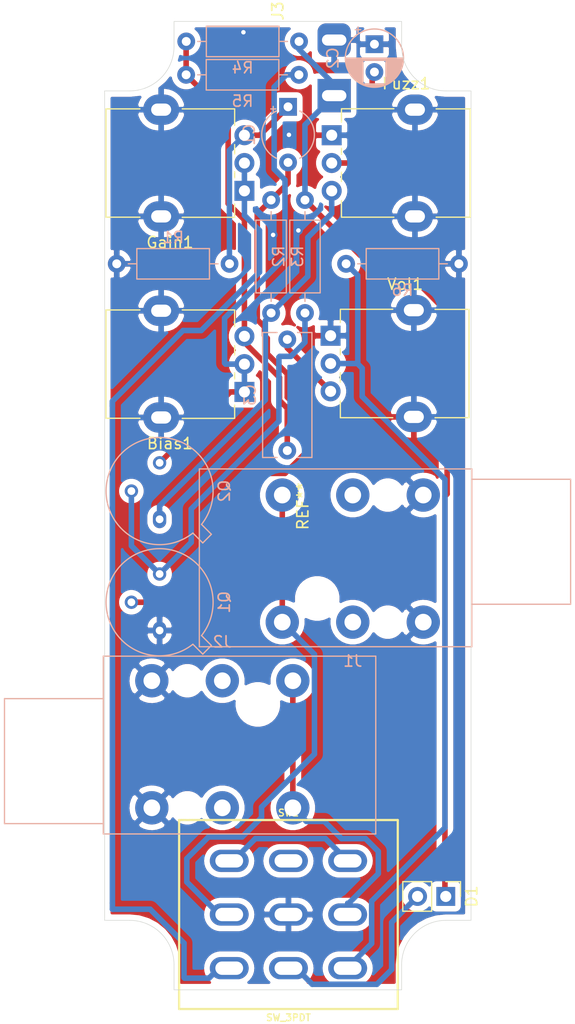
<source format=kicad_pcb>
(kicad_pcb (version 20171130) (host pcbnew "(5.1.10)-1")
  (layers (0 F.Cu signal) (31 B.Cu signal) (34 B.Paste user) (35 F.Paste user) (36 B.SilkS user) (37 F.SilkS user) (38 B.Mask user) (39 F.Mask user) (44 Edge.Cuts user))
  (net 0 "")
  (net 1 "Net-(Bias1-Pad1)")
  (net 2 "Net-(C1-Pad1)")
  (net 3 "Net-(C1-Pad2)")
  (net 4 GND)
  (net 5 "Net-(C2-Pad2)")
  (net 6 "Net-(C3-Pad1)")
  (net 7 LED-)
  (net 8 EFX_IN)
  (net 9 IN)
  (net 10 "Net-(J1-PadR)")
  (net 11 "Net-(J1-PadRN)")
  (net 12 "Net-(J2-PadRN)")
  (net 13 "Net-(J2-PadR)")
  (net 14 OUT)
  (net 15 EFX_OUT)
  (net 16 "Net-(SW1-Pad1)")
  (net 17 "Net-(SW1-Pad4)")
  (net 18 "Net-(Bias1-Pad3)")
  (net 19 "Net-(D1-Pad1)")
  (net 20 "Net-(Q1-Pad3)")
  (net 21 "Net-(Fuzz1-Pad3)")
  (module Resistor_THT:R_Axial_DIN0207_L6.3mm_D2.5mm_P10.16mm_Horizontal (layer B.Cu) (at 119.1 27.9)
    (fp_text reference R4 (at 5.08 2.37) (layer B.SilkS) (effects (justify mirror)))
    (fp_text value 330)
    (fp_line (start 1.81 1.37) (end 1.81 -1.37) (layer B.SilkS) (width 0.12))
    (fp_line (start 1.81 -1.37) (end 8.35 -1.37) (layer B.SilkS) (width 0.12))
    (fp_line (start 8.35 -1.37) (end 8.35 1.37) (layer B.SilkS) (width 0.12))
    (fp_line (start 8.35 1.37) (end 1.81 1.37) (layer B.SilkS) (width 0.12))
    (fp_line (start 1.04 0) (end 1.81 0) (layer B.SilkS) (width 0.12))
    (fp_line (start 9.12 0) (end 8.35 0) (layer B.SilkS) (width 0.12))
    (pad 2 thru_hole oval (at 10.16 0) (size 1.6 1.6) (drill 0.8) (layers *.Cu *.Mask) (net 19 "Net-(D1-Pad1)"))
    (pad 1 thru_hole circle (at 0 0) (size 1.6 1.6) (drill 0.8) (layers *.Cu *.Mask) (net 18 "Net-(Bias1-Pad3)"))
  )
  (module Package_TO_SOT_THT:TO-5-3 (layer B.Cu) (at 116.7 80.88 90)
    (fp_text reference Q1 (at 2.54 5.82 270) (layer B.SilkS) (effects (justify mirror)))
    (fp_text value Q_PNP_BCE)
    (fp_line (start -0.457084 3.774902) (end -1.348039 4.665856) (layer B.SilkS) (width 0.12))
    (fp_line (start -1.348039 4.665856) (end -2.125856 3.888039) (layer B.SilkS) (width 0.12))
    (fp_line (start -2.125856 3.888039) (end -1.234902 2.997084) (layer B.SilkS) (width 0.12))
    (fp_arc (start 2.54 0) (end -0.457084 3.774902) (angle -346.9) (layer B.SilkS) (width 0.12))
    (pad 3 thru_hole oval (at 5.08 0 90) (size 1.2 1.2) (drill 0.7) (layers *.Cu *.Mask) (net 20 "Net-(Q1-Pad3)"))
    (pad 2 thru_hole oval (at 2.54 -2.54 90) (size 1.2 1.2) (drill 0.7) (layers *.Cu *.Mask) (net 3 "Net-(C1-Pad2)"))
    (pad 1 thru_hole oval (at 0 0 90) (size 1.6 1.2) (drill 0.7) (layers *.Cu *.Mask) (net 4 GND))
  )
  (module Switches:STOMP_SWITCH_3PDT_connectors (layer F.Cu) (at 128.30556 106.426)
    (fp_text reference SW1 (at 0 -9.144) (layer F.SilkS) (effects (font (size 0.6096 0.6096) (thickness 0.127))))
    (fp_text value SW_3PDT (at 0 9.271) (layer F.SilkS) (effects (font (size 0.6096 0.6096) (thickness 0.127))))
    (fp_line (start -9.84758 8.49884) (end -9.84758 -8.49884) (layer F.SilkS) (width 0.2032))
    (fp_line (start 9.84758 8.49884) (end -9.84758 8.49884) (layer F.SilkS) (width 0.2032))
    (fp_line (start 9.84758 -8.49884) (end 9.84758 8.49884) (layer F.SilkS) (width 0.2032))
    (fp_line (start -9.84758 -8.49884) (end 9.84758 -8.49884) (layer F.SilkS) (width 0.2032))
    (pad 1 thru_hole oval (at -5.334 -4.826) (size 3.5 2) (drill oval 2.5 1.2) (layers *.Cu *.Mask) (net 16 "Net-(SW1-Pad1)"))
    (pad 4 thru_hole oval (at 0 -4.826) (size 3.5 2) (drill oval 2.5 1.2) (layers *.Cu *.Mask) (net 17 "Net-(SW1-Pad4)"))
    (pad 7 thru_hole oval (at 5.334 -4.826) (size 3.5 2) (drill oval 2.5 1.2) (layers *.Cu *.Mask) (net 16 "Net-(SW1-Pad1)"))
    (pad 8 thru_hole oval (at 5.334 0) (size 3.5 2) (drill oval 2.5 1.2) (layers *.Cu *.Mask) (net 14 OUT))
    (pad 5 thru_hole oval (at 0 0) (size 3.5 2) (drill oval 2.5 1.2) (layers *.Cu *.Mask) (net 4 GND))
    (pad 2 thru_hole oval (at -5.334 0) (size 3.5 2) (drill oval 2.5 1.2) (layers *.Cu *.Mask) (net 9 IN))
    (pad 3 thru_hole oval (at -5.334 4.826) (size 3.5 2) (drill oval 2.5 1.2) (layers *.Cu *.Mask) (net 8 EFX_IN))
    (pad 6 thru_hole oval (at 0 4.826) (size 3.5 2) (drill oval 2.5 1.2) (layers *.Cu *.Mask) (net 7 LED-))
    (pad 9 thru_hole oval (at 5.334 4.826) (size 3.5 2) (drill oval 2.5 1.2) (layers *.Cu *.Mask) (net 15 EFX_OUT))
  )
  (module Kicad:Hammond_1590A_2mm_python (layer F.Cu) (at 128.25 69.65 90)
    (fp_text reference REF** (at -0.05 1.35 90) (layer F.SilkS))
    (fp_text value Hammond_1590A_2mm_python)
    (fp_line (start -43.55 -10.25) (end -43.55 10.25) (layer Edge.Cuts) (width 0.05))
    (fp_line (start -37.3 -16.5) (end 37.3 -16.5) (layer Edge.Cuts) (width 0.05))
    (fp_line (start 43.55 -10.25) (end 43.55 10.25) (layer Edge.Cuts) (width 0.05))
    (fp_line (start -37.3 16.5) (end 37.3 16.5) (layer Edge.Cuts) (width 0.05))
    (fp_line (start -37.3 -14.25) (end -37.3 -16.5) (layer Edge.Cuts) (width 0.05))
    (fp_line (start -41.3 -10.25) (end -43.55 -10.25) (layer Edge.Cuts) (width 0.05))
    (fp_line (start -41.3 10.25) (end -43.55 10.25) (layer Edge.Cuts) (width 0.05))
    (fp_line (start -37.3 14.25) (end -37.3 16.5) (layer Edge.Cuts) (width 0.05))
    (fp_line (start 37.3 -14.25) (end 37.3 -16.5) (layer Edge.Cuts) (width 0.05))
    (fp_line (start 41.3 -10.25) (end 43.55 -10.25) (layer Edge.Cuts) (width 0.05))
    (fp_line (start 37.3 14.25) (end 37.3 16.5) (layer Edge.Cuts) (width 0.05))
    (fp_line (start 41.3 10.25) (end 43.55 10.25) (layer Edge.Cuts) (width 0.05))
    (fp_arc (start 41.3 14.25) (end 37.3 14.25) (angle 90) (layer Edge.Cuts) (width 0.05))
    (fp_arc (start 41.3 -14.25) (end 41.3 -10.25) (angle 90) (layer Edge.Cuts) (width 0.05))
    (fp_arc (start -41.3 14.25) (end -41.3 10.25) (angle 90) (layer Edge.Cuts) (width 0.05))
    (fp_arc (start -41.3 -14.25) (end -37.3 -14.25) (angle 90) (layer Edge.Cuts) (width 0.05))
  )
  (module Potentiometer_THT:Potentiometer_Alpha_RD901F-40-00D_Single_Vertical (layer F.Cu) (at 124.34 59.422 180)
    (fp_text reference Bias1 (at 6.71 -4.64 180) (layer F.SilkS))
    (fp_text value 10k)
    (fp_line (start 12.47 7.37) (end 12.47 -2.37) (layer F.SilkS) (width 0.12))
    (fp_line (start 0.88 7.37) (end 0.88 5.88) (layer F.SilkS) (width 0.12))
    (fp_line (start 9.41 7.37) (end 12.47 7.37) (layer F.SilkS) (width 0.12))
    (fp_line (start 0.88 -2.38) (end 5.6 -2.38) (layer F.SilkS) (width 0.12))
    (fp_line (start 9.41 -2.37) (end 12.47 -2.37) (layer F.SilkS) (width 0.12))
    (fp_line (start 0.88 7.37) (end 5.6 7.37) (layer F.SilkS) (width 0.12))
    (fp_line (start 0.88 -1.19) (end 0.88 -2.37) (layer F.SilkS) (width 0.12))
    (fp_line (start 0.88 1.71) (end 0.88 1.18) (layer F.SilkS) (width 0.12))
    (fp_line (start 0.88 4.16) (end 0.88 3.33) (layer F.SilkS) (width 0.12))
    (pad "" thru_hole oval (at 7.5 -2.3 270) (size 2.72 3.24) (drill oval 1.1 1.8) (layers *.Cu *.Mask) (net 4 GND))
    (pad "" thru_hole oval (at 7.5 7.3 270) (size 2.72 3.24) (drill oval 1.1 1.8) (layers *.Cu *.Mask) (net 4 GND))
    (pad 3 thru_hole circle (at 0 5 270) (size 1.8 1.8) (drill 1) (layers *.Cu *.Mask) (net 18 "Net-(Bias1-Pad3)"))
    (pad 2 thru_hole circle (at 0 2.5 270) (size 1.8 1.8) (drill 1) (layers *.Cu *.Mask) (net 1 "Net-(Bias1-Pad1)"))
    (pad 1 thru_hole rect (at 0 0 270) (size 1.8 1.8) (drill 1) (layers *.Cu *.Mask) (net 1 "Net-(Bias1-Pad1)"))
  )
  (module Capacitor_THT:CP_Radial_Tantal_D4.5mm_P5.00mm (layer B.Cu) (at 128.27 33.782 270)
    (fp_text reference C1 (at 2.5 3.5 90) (layer B.SilkS) (effects (justify mirror)))
    (fp_text value 2,2uF)
    (fp_line (start 0.187712 1.56) (end 0.187712 1.11) (layer B.SilkS) (width 0.12))
    (fp_line (start -0.037288 1.335) (end 0.412712 1.335) (layer B.SilkS) (width 0.12))
    (fp_arc (start 2.5 0) (end 0.380259 1.06) (angle -126.864288) (layer B.SilkS) (width 0.12))
    (fp_arc (start 2.5 0) (end 0.380259 -1.06) (angle 126.864288) (layer B.SilkS) (width 0.12))
    (pad 1 thru_hole rect (at 0 0 270) (size 1.6 1.6) (drill 0.8) (layers *.Cu *.Mask) (net 2 "Net-(C1-Pad1)"))
    (pad 2 thru_hole circle (at 5 0 270) (size 1.6 1.6) (drill 0.8) (layers *.Cu *.Mask) (net 3 "Net-(C1-Pad2)"))
  )
  (module Capacitor_THT:CP_Radial_D5.0mm_P2.50mm (layer B.Cu) (at 136.05 28.15 270)
    (fp_text reference C2 (at 1.25 3.75 270) (layer B.SilkS) (effects (justify mirror)))
    (fp_text value 22uF)
    (fp_line (start -1.304775 1.725) (end -1.304775 1.225) (layer B.SilkS) (width 0.12))
    (fp_line (start -1.554775 1.475) (end -1.054775 1.475) (layer B.SilkS) (width 0.12))
    (fp_line (start 3.851 0.284) (end 3.851 -0.284) (layer B.SilkS) (width 0.12))
    (fp_line (start 3.811 0.518) (end 3.811 -0.518) (layer B.SilkS) (width 0.12))
    (fp_line (start 3.771 0.677) (end 3.771 -0.677) (layer B.SilkS) (width 0.12))
    (fp_line (start 3.731 0.805) (end 3.731 -0.805) (layer B.SilkS) (width 0.12))
    (fp_line (start 3.691 0.915) (end 3.691 -0.915) (layer B.SilkS) (width 0.12))
    (fp_line (start 3.651 1.011) (end 3.651 -1.011) (layer B.SilkS) (width 0.12))
    (fp_line (start 3.611 1.098) (end 3.611 -1.098) (layer B.SilkS) (width 0.12))
    (fp_line (start 3.571 1.178) (end 3.571 -1.178) (layer B.SilkS) (width 0.12))
    (fp_line (start 3.531 -1.04) (end 3.531 -1.251) (layer B.SilkS) (width 0.12))
    (fp_line (start 3.531 1.251) (end 3.531 1.04) (layer B.SilkS) (width 0.12))
    (fp_line (start 3.491 -1.04) (end 3.491 -1.319) (layer B.SilkS) (width 0.12))
    (fp_line (start 3.491 1.319) (end 3.491 1.04) (layer B.SilkS) (width 0.12))
    (fp_line (start 3.451 -1.04) (end 3.451 -1.383) (layer B.SilkS) (width 0.12))
    (fp_line (start 3.451 1.383) (end 3.451 1.04) (layer B.SilkS) (width 0.12))
    (fp_line (start 3.411 -1.04) (end 3.411 -1.443) (layer B.SilkS) (width 0.12))
    (fp_line (start 3.411 1.443) (end 3.411 1.04) (layer B.SilkS) (width 0.12))
    (fp_line (start 3.371 -1.04) (end 3.371 -1.5) (layer B.SilkS) (width 0.12))
    (fp_line (start 3.371 1.5) (end 3.371 1.04) (layer B.SilkS) (width 0.12))
    (fp_line (start 3.331 -1.04) (end 3.331 -1.554) (layer B.SilkS) (width 0.12))
    (fp_line (start 3.331 1.554) (end 3.331 1.04) (layer B.SilkS) (width 0.12))
    (fp_line (start 3.291 -1.04) (end 3.291 -1.605) (layer B.SilkS) (width 0.12))
    (fp_line (start 3.291 1.605) (end 3.291 1.04) (layer B.SilkS) (width 0.12))
    (fp_line (start 3.251 -1.04) (end 3.251 -1.653) (layer B.SilkS) (width 0.12))
    (fp_line (start 3.251 1.653) (end 3.251 1.04) (layer B.SilkS) (width 0.12))
    (fp_line (start 3.211 -1.04) (end 3.211 -1.699) (layer B.SilkS) (width 0.12))
    (fp_line (start 3.211 1.699) (end 3.211 1.04) (layer B.SilkS) (width 0.12))
    (fp_line (start 3.171 -1.04) (end 3.171 -1.743) (layer B.SilkS) (width 0.12))
    (fp_line (start 3.171 1.743) (end 3.171 1.04) (layer B.SilkS) (width 0.12))
    (fp_line (start 3.131 -1.04) (end 3.131 -1.785) (layer B.SilkS) (width 0.12))
    (fp_line (start 3.131 1.785) (end 3.131 1.04) (layer B.SilkS) (width 0.12))
    (fp_line (start 3.091 -1.04) (end 3.091 -1.826) (layer B.SilkS) (width 0.12))
    (fp_line (start 3.091 1.826) (end 3.091 1.04) (layer B.SilkS) (width 0.12))
    (fp_line (start 3.051 -1.04) (end 3.051 -1.864) (layer B.SilkS) (width 0.12))
    (fp_line (start 3.051 1.864) (end 3.051 1.04) (layer B.SilkS) (width 0.12))
    (fp_line (start 3.011 -1.04) (end 3.011 -1.901) (layer B.SilkS) (width 0.12))
    (fp_line (start 3.011 1.901) (end 3.011 1.04) (layer B.SilkS) (width 0.12))
    (fp_line (start 2.971 -1.04) (end 2.971 -1.937) (layer B.SilkS) (width 0.12))
    (fp_line (start 2.971 1.937) (end 2.971 1.04) (layer B.SilkS) (width 0.12))
    (fp_line (start 2.931 -1.04) (end 2.931 -1.971) (layer B.SilkS) (width 0.12))
    (fp_line (start 2.931 1.971) (end 2.931 1.04) (layer B.SilkS) (width 0.12))
    (fp_line (start 2.891 -1.04) (end 2.891 -2.004) (layer B.SilkS) (width 0.12))
    (fp_line (start 2.891 2.004) (end 2.891 1.04) (layer B.SilkS) (width 0.12))
    (fp_line (start 2.851 -1.04) (end 2.851 -2.035) (layer B.SilkS) (width 0.12))
    (fp_line (start 2.851 2.035) (end 2.851 1.04) (layer B.SilkS) (width 0.12))
    (fp_line (start 2.811 -1.04) (end 2.811 -2.065) (layer B.SilkS) (width 0.12))
    (fp_line (start 2.811 2.065) (end 2.811 1.04) (layer B.SilkS) (width 0.12))
    (fp_line (start 2.771 -1.04) (end 2.771 -2.095) (layer B.SilkS) (width 0.12))
    (fp_line (start 2.771 2.095) (end 2.771 1.04) (layer B.SilkS) (width 0.12))
    (fp_line (start 2.731 -1.04) (end 2.731 -2.122) (layer B.SilkS) (width 0.12))
    (fp_line (start 2.731 2.122) (end 2.731 1.04) (layer B.SilkS) (width 0.12))
    (fp_line (start 2.691 -1.04) (end 2.691 -2.149) (layer B.SilkS) (width 0.12))
    (fp_line (start 2.691 2.149) (end 2.691 1.04) (layer B.SilkS) (width 0.12))
    (fp_line (start 2.651 -1.04) (end 2.651 -2.175) (layer B.SilkS) (width 0.12))
    (fp_line (start 2.651 2.175) (end 2.651 1.04) (layer B.SilkS) (width 0.12))
    (fp_line (start 2.611 -1.04) (end 2.611 -2.2) (layer B.SilkS) (width 0.12))
    (fp_line (start 2.611 2.2) (end 2.611 1.04) (layer B.SilkS) (width 0.12))
    (fp_line (start 2.571 -1.04) (end 2.571 -2.224) (layer B.SilkS) (width 0.12))
    (fp_line (start 2.571 2.224) (end 2.571 1.04) (layer B.SilkS) (width 0.12))
    (fp_line (start 2.531 -1.04) (end 2.531 -2.247) (layer B.SilkS) (width 0.12))
    (fp_line (start 2.531 2.247) (end 2.531 1.04) (layer B.SilkS) (width 0.12))
    (fp_line (start 2.491 -1.04) (end 2.491 -2.268) (layer B.SilkS) (width 0.12))
    (fp_line (start 2.491 2.268) (end 2.491 1.04) (layer B.SilkS) (width 0.12))
    (fp_line (start 2.451 -1.04) (end 2.451 -2.29) (layer B.SilkS) (width 0.12))
    (fp_line (start 2.451 2.29) (end 2.451 1.04) (layer B.SilkS) (width 0.12))
    (fp_line (start 2.411 -1.04) (end 2.411 -2.31) (layer B.SilkS) (width 0.12))
    (fp_line (start 2.411 2.31) (end 2.411 1.04) (layer B.SilkS) (width 0.12))
    (fp_line (start 2.371 -1.04) (end 2.371 -2.329) (layer B.SilkS) (width 0.12))
    (fp_line (start 2.371 2.329) (end 2.371 1.04) (layer B.SilkS) (width 0.12))
    (fp_line (start 2.331 -1.04) (end 2.331 -2.348) (layer B.SilkS) (width 0.12))
    (fp_line (start 2.331 2.348) (end 2.331 1.04) (layer B.SilkS) (width 0.12))
    (fp_line (start 2.291 -1.04) (end 2.291 -2.365) (layer B.SilkS) (width 0.12))
    (fp_line (start 2.291 2.365) (end 2.291 1.04) (layer B.SilkS) (width 0.12))
    (fp_line (start 2.251 -1.04) (end 2.251 -2.382) (layer B.SilkS) (width 0.12))
    (fp_line (start 2.251 2.382) (end 2.251 1.04) (layer B.SilkS) (width 0.12))
    (fp_line (start 2.211 -1.04) (end 2.211 -2.398) (layer B.SilkS) (width 0.12))
    (fp_line (start 2.211 2.398) (end 2.211 1.04) (layer B.SilkS) (width 0.12))
    (fp_line (start 2.171 -1.04) (end 2.171 -2.414) (layer B.SilkS) (width 0.12))
    (fp_line (start 2.171 2.414) (end 2.171 1.04) (layer B.SilkS) (width 0.12))
    (fp_line (start 2.131 -1.04) (end 2.131 -2.428) (layer B.SilkS) (width 0.12))
    (fp_line (start 2.131 2.428) (end 2.131 1.04) (layer B.SilkS) (width 0.12))
    (fp_line (start 2.091 -1.04) (end 2.091 -2.442) (layer B.SilkS) (width 0.12))
    (fp_line (start 2.091 2.442) (end 2.091 1.04) (layer B.SilkS) (width 0.12))
    (fp_line (start 2.051 -1.04) (end 2.051 -2.455) (layer B.SilkS) (width 0.12))
    (fp_line (start 2.051 2.455) (end 2.051 1.04) (layer B.SilkS) (width 0.12))
    (fp_line (start 2.011 -1.04) (end 2.011 -2.468) (layer B.SilkS) (width 0.12))
    (fp_line (start 2.011 2.468) (end 2.011 1.04) (layer B.SilkS) (width 0.12))
    (fp_line (start 1.971 -1.04) (end 1.971 -2.48) (layer B.SilkS) (width 0.12))
    (fp_line (start 1.971 2.48) (end 1.971 1.04) (layer B.SilkS) (width 0.12))
    (fp_line (start 1.93 -1.04) (end 1.93 -2.491) (layer B.SilkS) (width 0.12))
    (fp_line (start 1.93 2.491) (end 1.93 1.04) (layer B.SilkS) (width 0.12))
    (fp_line (start 1.89 -1.04) (end 1.89 -2.501) (layer B.SilkS) (width 0.12))
    (fp_line (start 1.89 2.501) (end 1.89 1.04) (layer B.SilkS) (width 0.12))
    (fp_line (start 1.85 -1.04) (end 1.85 -2.511) (layer B.SilkS) (width 0.12))
    (fp_line (start 1.85 2.511) (end 1.85 1.04) (layer B.SilkS) (width 0.12))
    (fp_line (start 1.81 -1.04) (end 1.81 -2.52) (layer B.SilkS) (width 0.12))
    (fp_line (start 1.81 2.52) (end 1.81 1.04) (layer B.SilkS) (width 0.12))
    (fp_line (start 1.77 -1.04) (end 1.77 -2.528) (layer B.SilkS) (width 0.12))
    (fp_line (start 1.77 2.528) (end 1.77 1.04) (layer B.SilkS) (width 0.12))
    (fp_line (start 1.73 -1.04) (end 1.73 -2.536) (layer B.SilkS) (width 0.12))
    (fp_line (start 1.73 2.536) (end 1.73 1.04) (layer B.SilkS) (width 0.12))
    (fp_line (start 1.69 -1.04) (end 1.69 -2.543) (layer B.SilkS) (width 0.12))
    (fp_line (start 1.69 2.543) (end 1.69 1.04) (layer B.SilkS) (width 0.12))
    (fp_line (start 1.65 -1.04) (end 1.65 -2.55) (layer B.SilkS) (width 0.12))
    (fp_line (start 1.65 2.55) (end 1.65 1.04) (layer B.SilkS) (width 0.12))
    (fp_line (start 1.61 -1.04) (end 1.61 -2.556) (layer B.SilkS) (width 0.12))
    (fp_line (start 1.61 2.556) (end 1.61 1.04) (layer B.SilkS) (width 0.12))
    (fp_line (start 1.57 -1.04) (end 1.57 -2.561) (layer B.SilkS) (width 0.12))
    (fp_line (start 1.57 2.561) (end 1.57 1.04) (layer B.SilkS) (width 0.12))
    (fp_line (start 1.53 -1.04) (end 1.53 -2.565) (layer B.SilkS) (width 0.12))
    (fp_line (start 1.53 2.565) (end 1.53 1.04) (layer B.SilkS) (width 0.12))
    (fp_line (start 1.49 -1.04) (end 1.49 -2.569) (layer B.SilkS) (width 0.12))
    (fp_line (start 1.49 2.569) (end 1.49 1.04) (layer B.SilkS) (width 0.12))
    (fp_line (start 1.45 2.573) (end 1.45 -2.573) (layer B.SilkS) (width 0.12))
    (fp_line (start 1.41 2.576) (end 1.41 -2.576) (layer B.SilkS) (width 0.12))
    (fp_line (start 1.37 2.578) (end 1.37 -2.578) (layer B.SilkS) (width 0.12))
    (fp_line (start 1.33 2.579) (end 1.33 -2.579) (layer B.SilkS) (width 0.12))
    (fp_line (start 1.29 2.58) (end 1.29 -2.58) (layer B.SilkS) (width 0.12))
    (fp_line (start 1.25 2.58) (end 1.25 -2.58) (layer B.SilkS) (width 0.12))
    (fp_circle (center 1.25 0) (end 3.87 0) (layer B.SilkS) (width 0.12))
    (pad 1 thru_hole rect (at 0 0 270) (size 1.6 1.6) (drill 0.8) (layers *.Cu *.Mask) (net 4 GND))
    (pad 2 thru_hole circle (at 2.5 0 270) (size 1.6 1.6) (drill 0.8) (layers *.Cu *.Mask) (net 5 "Net-(C2-Pad2)"))
  )
  (module Capacitor_THT:C_Rect_L11.0mm_W4.2mm_P10.00mm_MKT (layer B.Cu) (at 128.2 54.7 270)
    (fp_text reference C3 (at 5 3.35 270) (layer B.SilkS) (effects (justify mirror)))
    (fp_text value 10nF)
    (fp_line (start 10.62 -0.925) (end 10.62 -2.22) (layer B.SilkS) (width 0.12))
    (fp_line (start 10.62 2.22) (end 10.62 0.925) (layer B.SilkS) (width 0.12))
    (fp_line (start -0.62 -0.925) (end -0.62 -2.22) (layer B.SilkS) (width 0.12))
    (fp_line (start -0.62 2.22) (end -0.62 0.925) (layer B.SilkS) (width 0.12))
    (fp_line (start -0.62 -2.22) (end 10.62 -2.22) (layer B.SilkS) (width 0.12))
    (fp_line (start -0.62 2.22) (end 10.62 2.22) (layer B.SilkS) (width 0.12))
    (pad 1 thru_hole circle (at 0 0 270) (size 1.6 1.6) (drill 0.8) (layers *.Cu *.Mask) (net 6 "Net-(C3-Pad1)"))
    (pad 2 thru_hole circle (at 10 0 270) (size 1.6 1.6) (drill 0.8) (layers *.Cu *.Mask) (net 18 "Net-(Bias1-Pad3)"))
  )
  (module Potentiometer_THT:Potentiometer_Alpha_RD901F-40-00D_Single_Vertical (layer F.Cu) (at 132.2 36.336)
    (fp_text reference Fuzz1 (at 6.71 -4.64 180) (layer F.SilkS))
    (fp_text value B1k)
    (fp_line (start 0.88 4.16) (end 0.88 3.33) (layer F.SilkS) (width 0.12))
    (fp_line (start 0.88 1.71) (end 0.88 1.18) (layer F.SilkS) (width 0.12))
    (fp_line (start 0.88 -1.19) (end 0.88 -2.37) (layer F.SilkS) (width 0.12))
    (fp_line (start 0.88 7.37) (end 5.6 7.37) (layer F.SilkS) (width 0.12))
    (fp_line (start 9.41 -2.37) (end 12.47 -2.37) (layer F.SilkS) (width 0.12))
    (fp_line (start 0.88 -2.38) (end 5.6 -2.38) (layer F.SilkS) (width 0.12))
    (fp_line (start 9.41 7.37) (end 12.47 7.37) (layer F.SilkS) (width 0.12))
    (fp_line (start 0.88 7.37) (end 0.88 5.88) (layer F.SilkS) (width 0.12))
    (fp_line (start 12.47 7.37) (end 12.47 -2.37) (layer F.SilkS) (width 0.12))
    (pad 1 thru_hole rect (at 0 0 90) (size 1.8 1.8) (drill 1) (layers *.Cu *.Mask) (net 4 GND))
    (pad 2 thru_hole circle (at 0 2.5 90) (size 1.8 1.8) (drill 1) (layers *.Cu *.Mask) (net 5 "Net-(C2-Pad2)"))
    (pad 3 thru_hole circle (at 0 5 90) (size 1.8 1.8) (drill 1) (layers *.Cu *.Mask) (net 21 "Net-(Fuzz1-Pad3)"))
    (pad "" thru_hole oval (at 7.5 7.3 90) (size 2.72 3.24) (drill oval 1.1 1.8) (layers *.Cu *.Mask) (net 4 GND))
    (pad "" thru_hole oval (at 7.5 -2.3 90) (size 2.72 3.24) (drill oval 1.1 1.8) (layers *.Cu *.Mask) (net 4 GND))
  )
  (module Potentiometer_THT:Potentiometer_Alpha_RD901F-40-00D_Single_Vertical (layer F.Cu) (at 124.34 41.336 180)
    (fp_text reference Gain1 (at 6.71 -4.64 180) (layer F.SilkS))
    (fp_text value B100k)
    (fp_line (start 12.47 7.37) (end 12.47 -2.37) (layer F.SilkS) (width 0.12))
    (fp_line (start 0.88 7.37) (end 0.88 5.88) (layer F.SilkS) (width 0.12))
    (fp_line (start 9.41 7.37) (end 12.47 7.37) (layer F.SilkS) (width 0.12))
    (fp_line (start 0.88 -2.38) (end 5.6 -2.38) (layer F.SilkS) (width 0.12))
    (fp_line (start 9.41 -2.37) (end 12.47 -2.37) (layer F.SilkS) (width 0.12))
    (fp_line (start 0.88 7.37) (end 5.6 7.37) (layer F.SilkS) (width 0.12))
    (fp_line (start 0.88 -1.19) (end 0.88 -2.37) (layer F.SilkS) (width 0.12))
    (fp_line (start 0.88 1.71) (end 0.88 1.18) (layer F.SilkS) (width 0.12))
    (fp_line (start 0.88 4.16) (end 0.88 3.33) (layer F.SilkS) (width 0.12))
    (pad "" thru_hole oval (at 7.5 -2.3 270) (size 2.72 3.24) (drill oval 1.1 1.8) (layers *.Cu *.Mask) (net 4 GND))
    (pad "" thru_hole oval (at 7.5 7.3 270) (size 2.72 3.24) (drill oval 1.1 1.8) (layers *.Cu *.Mask) (net 4 GND))
    (pad 3 thru_hole circle (at 0 5 270) (size 1.8 1.8) (drill 1) (layers *.Cu *.Mask) (net 2 "Net-(C1-Pad1)"))
    (pad 2 thru_hole circle (at 0 2.5 270) (size 1.8 1.8) (drill 1) (layers *.Cu *.Mask) (net 8 EFX_IN))
    (pad 1 thru_hole rect (at 0 0 270) (size 1.8 1.8) (drill 1) (layers *.Cu *.Mask) (net 8 EFX_IN))
  )
  (module Connector_Audio:Jack_6.35mm_Neutrik_NRJ6HF-1_Horizontal (layer B.Cu) (at 127.75 80.13)
    (fp_text reference J1 (at 6.35 3.5) (layer B.SilkS) (effects (justify mirror)))
    (fp_text value IN)
    (fp_line (start -7.47 2.21) (end 17.07 2.21) (layer B.SilkS) (width 0.12))
    (fp_line (start 17.07 2.21) (end 17.07 -13.78) (layer B.SilkS) (width 0.12))
    (fp_line (start 25.97 -1.61) (end 17.07 -1.61) (layer B.SilkS) (width 0.12))
    (fp_line (start 25.97 -12.85) (end 25.97 -1.61) (layer B.SilkS) (width 0.12))
    (fp_line (start 25.97 -12.85) (end 17.07 -12.85) (layer B.SilkS) (width 0.12))
    (fp_line (start -7.47 -13.78) (end -7.47 2.21) (layer B.SilkS) (width 0.12))
    (fp_line (start -7.47 -13.78) (end 17.07 -13.78) (layer B.SilkS) (width 0.12))
    (pad T thru_hole circle (at 0 0) (size 3 3) (drill 1.5) (layers *.Cu *.Mask) (net 9 IN))
    (pad S thru_hole circle (at 12.7 0) (size 3 3) (drill 1.5) (layers *.Cu *.Mask) (net 4 GND))
    (pad G thru_hole circle (at 12.7 -11.43) (size 3 3) (drill 1.5) (layers *.Cu *.Mask) (net 4 GND))
    (pad "" np_thru_hole circle (at 3.15 -2.13) (size 3 3) (drill 3) (layers *.Cu *.Mask))
    (pad "" np_thru_hole circle (at 9.5 -11.43) (size 2 2) (drill 2) (layers *.Cu *.Mask))
    (pad "" np_thru_hole circle (at 9.5 0) (size 2 2) (drill 2) (layers *.Cu *.Mask))
    (pad TN thru_hole circle (at 0 -11.43) (size 3 3) (drill 1.5) (layers *.Cu *.Mask) (net 9 IN))
    (pad R thru_hole circle (at 6.35 0) (size 3 3) (drill 1.5) (layers *.Cu *.Mask) (net 10 "Net-(J1-PadR)"))
    (pad RN thru_hole circle (at 6.35 -11.43) (size 3 3) (drill 1.5) (layers *.Cu *.Mask) (net 11 "Net-(J1-PadRN)"))
  )
  (module Connector_Audio:Jack_6.35mm_Neutrik_NRJ6HF-1_Horizontal (layer B.Cu) (at 128.7 85.4 180)
    (fp_text reference J2 (at 6.35 3.5) (layer B.SilkS) (effects (justify mirror)))
    (fp_text value OUT)
    (fp_line (start -7.47 -13.78) (end 17.07 -13.78) (layer B.SilkS) (width 0.12))
    (fp_line (start -7.47 -13.78) (end -7.47 2.21) (layer B.SilkS) (width 0.12))
    (fp_line (start 25.97 -12.85) (end 17.07 -12.85) (layer B.SilkS) (width 0.12))
    (fp_line (start 25.97 -12.85) (end 25.97 -1.61) (layer B.SilkS) (width 0.12))
    (fp_line (start 25.97 -1.61) (end 17.07 -1.61) (layer B.SilkS) (width 0.12))
    (fp_line (start 17.07 2.21) (end 17.07 -13.78) (layer B.SilkS) (width 0.12))
    (fp_line (start -7.47 2.21) (end 17.07 2.21) (layer B.SilkS) (width 0.12))
    (pad RN thru_hole circle (at 6.35 -11.43 180) (size 3 3) (drill 1.5) (layers *.Cu *.Mask) (net 12 "Net-(J2-PadRN)"))
    (pad R thru_hole circle (at 6.35 0 180) (size 3 3) (drill 1.5) (layers *.Cu *.Mask) (net 13 "Net-(J2-PadR)"))
    (pad TN thru_hole circle (at 0 -11.43 180) (size 3 3) (drill 1.5) (layers *.Cu *.Mask) (net 14 OUT))
    (pad "" np_thru_hole circle (at 9.5 0 180) (size 2 2) (drill 2) (layers *.Cu *.Mask))
    (pad "" np_thru_hole circle (at 9.5 -11.43 180) (size 2 2) (drill 2) (layers *.Cu *.Mask))
    (pad "" np_thru_hole circle (at 3.15 -2.13 180) (size 3 3) (drill 3) (layers *.Cu *.Mask))
    (pad G thru_hole circle (at 12.7 -11.43 180) (size 3 3) (drill 1.5) (layers *.Cu *.Mask) (net 4 GND))
    (pad S thru_hole circle (at 12.7 0 180) (size 3 3) (drill 1.5) (layers *.Cu *.Mask) (net 4 GND))
    (pad T thru_hole circle (at 0 0 180) (size 3 3) (drill 1.5) (layers *.Cu *.Mask) (net 14 OUT))
  )
  (module Package_TO_SOT_THT:TO-5-3 (layer B.Cu) (at 116.7 70.88 90)
    (fp_text reference Q2 (at 2.54 5.82 270) (layer B.SilkS) (effects (justify mirror)))
    (fp_text value Q_PNP_BCE)
    (fp_line (start -2.125856 3.888039) (end -1.234902 2.997084) (layer B.SilkS) (width 0.12))
    (fp_line (start -1.348039 4.665856) (end -2.125856 3.888039) (layer B.SilkS) (width 0.12))
    (fp_line (start -0.457084 3.774902) (end -1.348039 4.665856) (layer B.SilkS) (width 0.12))
    (fp_arc (start 2.54 0) (end -0.457084 3.774902) (angle -346.9) (layer B.SilkS) (width 0.12))
    (pad 1 thru_hole oval (at 0 0 90) (size 1.6 1.2) (drill 0.7) (layers *.Cu *.Mask) (net 21 "Net-(Fuzz1-Pad3)"))
    (pad 2 thru_hole oval (at 2.54 -2.54 90) (size 1.2 1.2) (drill 0.7) (layers *.Cu *.Mask) (net 20 "Net-(Q1-Pad3)"))
    (pad 3 thru_hole oval (at 5.08 0 90) (size 1.2 1.2) (drill 0.7) (layers *.Cu *.Mask) (net 1 "Net-(Bias1-Pad1)"))
  )
  (module Resistor_THT:R_Axial_DIN0207_L6.3mm_D2.5mm_P10.16mm_Horizontal (layer B.Cu) (at 123 47.9 180)
    (fp_text reference R1 (at 5.08 2.37 180) (layer B.SilkS) (effects (justify mirror)))
    (fp_text value 1M)
    (fp_line (start 9.12 0) (end 8.35 0) (layer B.SilkS) (width 0.12))
    (fp_line (start 1.04 0) (end 1.81 0) (layer B.SilkS) (width 0.12))
    (fp_line (start 8.35 1.37) (end 1.81 1.37) (layer B.SilkS) (width 0.12))
    (fp_line (start 8.35 -1.37) (end 8.35 1.37) (layer B.SilkS) (width 0.12))
    (fp_line (start 1.81 -1.37) (end 8.35 -1.37) (layer B.SilkS) (width 0.12))
    (fp_line (start 1.81 1.37) (end 1.81 -1.37) (layer B.SilkS) (width 0.12))
    (pad 1 thru_hole circle (at 0 0 180) (size 1.6 1.6) (drill 0.8) (layers *.Cu *.Mask) (net 2 "Net-(C1-Pad1)"))
    (pad 2 thru_hole oval (at 10.16 0 180) (size 1.6 1.6) (drill 0.8) (layers *.Cu *.Mask) (net 4 GND))
  )
  (module Resistor_THT:R_Axial_DIN0207_L6.3mm_D2.5mm_P10.16mm_Horizontal (layer B.Cu) (at 129.794 42.164 270)
    (fp_text reference R2 (at 5.08 2.37 270) (layer B.SilkS) (effects (justify mirror)))
    (fp_text value 33k)
    (fp_line (start 9.12 0) (end 8.35 0) (layer B.SilkS) (width 0.12))
    (fp_line (start 1.04 0) (end 1.81 0) (layer B.SilkS) (width 0.12))
    (fp_line (start 8.35 1.37) (end 1.81 1.37) (layer B.SilkS) (width 0.12))
    (fp_line (start 8.35 -1.37) (end 8.35 1.37) (layer B.SilkS) (width 0.12))
    (fp_line (start 1.81 -1.37) (end 8.35 -1.37) (layer B.SilkS) (width 0.12))
    (fp_line (start 1.81 1.37) (end 1.81 -1.37) (layer B.SilkS) (width 0.12))
    (pad 1 thru_hole circle (at 0 0 270) (size 1.6 1.6) (drill 0.8) (layers *.Cu *.Mask) (net 19 "Net-(D1-Pad1)"))
    (pad 2 thru_hole oval (at 10.16 0 270) (size 1.6 1.6) (drill 0.8) (layers *.Cu *.Mask) (net 20 "Net-(Q1-Pad3)"))
  )
  (module Resistor_THT:R_Axial_DIN0207_L6.3mm_D2.5mm_P10.16mm_Horizontal (layer B.Cu) (at 126.746 52.324 90)
    (fp_text reference R3 (at 5.08 2.37 270) (layer B.SilkS) (effects (justify mirror)))
    (fp_text value 100k)
    (fp_line (start 1.81 1.37) (end 1.81 -1.37) (layer B.SilkS) (width 0.12))
    (fp_line (start 1.81 -1.37) (end 8.35 -1.37) (layer B.SilkS) (width 0.12))
    (fp_line (start 8.35 -1.37) (end 8.35 1.37) (layer B.SilkS) (width 0.12))
    (fp_line (start 8.35 1.37) (end 1.81 1.37) (layer B.SilkS) (width 0.12))
    (fp_line (start 1.04 0) (end 1.81 0) (layer B.SilkS) (width 0.12))
    (fp_line (start 9.12 0) (end 8.35 0) (layer B.SilkS) (width 0.12))
    (pad 2 thru_hole oval (at 10.16 0 90) (size 1.6 1.6) (drill 0.8) (layers *.Cu *.Mask) (net 3 "Net-(C1-Pad2)"))
    (pad 1 thru_hole circle (at 0 0 90) (size 1.6 1.6) (drill 0.8) (layers *.Cu *.Mask) (net 21 "Net-(Fuzz1-Pad3)"))
  )
  (module Resistor_THT:R_Axial_DIN0207_L6.3mm_D2.5mm_P10.16mm_Horizontal (layer B.Cu) (at 119.09 30.9)
    (fp_text reference R5 (at 5.08 2.37) (layer B.SilkS) (effects (justify mirror)))
    (fp_text value 8,2k)
    (fp_line (start 9.12 0) (end 8.35 0) (layer B.SilkS) (width 0.12))
    (fp_line (start 1.04 0) (end 1.81 0) (layer B.SilkS) (width 0.12))
    (fp_line (start 8.35 1.37) (end 1.81 1.37) (layer B.SilkS) (width 0.12))
    (fp_line (start 8.35 -1.37) (end 8.35 1.37) (layer B.SilkS) (width 0.12))
    (fp_line (start 1.81 -1.37) (end 8.35 -1.37) (layer B.SilkS) (width 0.12))
    (fp_line (start 1.81 1.37) (end 1.81 -1.37) (layer B.SilkS) (width 0.12))
    (pad 1 thru_hole circle (at 0 0) (size 1.6 1.6) (drill 0.8) (layers *.Cu *.Mask) (net 18 "Net-(Bias1-Pad3)"))
    (pad 2 thru_hole oval (at 10.16 0) (size 1.6 1.6) (drill 0.8) (layers *.Cu *.Mask) (net 1 "Net-(Bias1-Pad1)"))
  )
  (module Resistor_THT:R_Axial_DIN0207_L6.3mm_D2.5mm_P10.16mm_Horizontal (layer B.Cu) (at 133.5 47.9)
    (fp_text reference R6 (at 5.08 2.37 180) (layer B.SilkS) (effects (justify mirror)))
    (fp_text value 100k)
    (fp_line (start 1.81 1.37) (end 1.81 -1.37) (layer B.SilkS) (width 0.12))
    (fp_line (start 1.81 -1.37) (end 8.35 -1.37) (layer B.SilkS) (width 0.12))
    (fp_line (start 8.35 -1.37) (end 8.35 1.37) (layer B.SilkS) (width 0.12))
    (fp_line (start 8.35 1.37) (end 1.81 1.37) (layer B.SilkS) (width 0.12))
    (fp_line (start 1.04 0) (end 1.81 0) (layer B.SilkS) (width 0.12))
    (fp_line (start 9.12 0) (end 8.35 0) (layer B.SilkS) (width 0.12))
    (pad 2 thru_hole oval (at 10.16 0) (size 1.6 1.6) (drill 0.8) (layers *.Cu *.Mask) (net 4 GND))
    (pad 1 thru_hole circle (at 0 0) (size 1.6 1.6) (drill 0.8) (layers *.Cu *.Mask) (net 15 EFX_OUT))
  )
  (module Potentiometer_THT:Potentiometer_Alpha_RD901F-40-00D_Single_Vertical (layer F.Cu) (at 132.1 54.37)
    (fp_text reference Vol1 (at 6.71 -4.64 180) (layer F.SilkS))
    (fp_text value A500k)
    (fp_line (start 0.88 4.16) (end 0.88 3.33) (layer F.SilkS) (width 0.12))
    (fp_line (start 0.88 1.71) (end 0.88 1.18) (layer F.SilkS) (width 0.12))
    (fp_line (start 0.88 -1.19) (end 0.88 -2.37) (layer F.SilkS) (width 0.12))
    (fp_line (start 0.88 7.37) (end 5.6 7.37) (layer F.SilkS) (width 0.12))
    (fp_line (start 9.41 -2.37) (end 12.47 -2.37) (layer F.SilkS) (width 0.12))
    (fp_line (start 0.88 -2.38) (end 5.6 -2.38) (layer F.SilkS) (width 0.12))
    (fp_line (start 9.41 7.37) (end 12.47 7.37) (layer F.SilkS) (width 0.12))
    (fp_line (start 0.88 7.37) (end 0.88 5.88) (layer F.SilkS) (width 0.12))
    (fp_line (start 12.47 7.37) (end 12.47 -2.37) (layer F.SilkS) (width 0.12))
    (pad 1 thru_hole rect (at 0 0 90) (size 1.8 1.8) (drill 1) (layers *.Cu *.Mask) (net 4 GND))
    (pad 2 thru_hole circle (at 0 2.5 90) (size 1.8 1.8) (drill 1) (layers *.Cu *.Mask) (net 15 EFX_OUT))
    (pad 3 thru_hole circle (at 0 5 90) (size 1.8 1.8) (drill 1) (layers *.Cu *.Mask) (net 6 "Net-(C3-Pad1)"))
    (pad "" thru_hole oval (at 7.5 7.3 90) (size 2.72 3.24) (drill oval 1.1 1.8) (layers *.Cu *.Mask) (net 4 GND))
    (pad "" thru_hole oval (at 7.5 -2.3 90) (size 2.72 3.24) (drill oval 1.1 1.8) (layers *.Cu *.Mask) (net 4 GND))
  )
  (module Connector_PinHeader_2.54mm:PinHeader_1x02_P2.54mm_Vertical (layer F.Cu) (at 142.475 104.8 270)
    (fp_text reference D1 (at 0 -2.33 90) (layer F.SilkS))
    (fp_text value LED)
    (fp_line (start -1.33 3.87) (end 1.33 3.87) (layer F.SilkS) (width 0.12))
    (fp_line (start -1.33 1.27) (end -1.33 3.87) (layer F.SilkS) (width 0.12))
    (fp_line (start 1.33 1.27) (end 1.33 3.87) (layer F.SilkS) (width 0.12))
    (fp_line (start -1.33 1.27) (end 1.33 1.27) (layer F.SilkS) (width 0.12))
    (fp_line (start -1.33 0) (end -1.33 -1.33) (layer F.SilkS) (width 0.12))
    (fp_line (start -1.33 -1.33) (end 0 -1.33) (layer F.SilkS) (width 0.12))
    (pad 1 thru_hole rect (at 0 0 270) (size 1.7 1.7) (drill 1) (layers *.Cu *.Mask) (net 19 "Net-(D1-Pad1)"))
    (pad 2 thru_hole oval (at 0 2.54 270) (size 1.7 1.7) (drill 1) (layers *.Cu *.Mask) (net 7 LED-))
  )
  (module nowa:BarrelJack_Vertical (layer F.Cu) (at 132.425 32.775 270)
    (fp_text reference J3 (at -7.62 5.08 90) (layer F.SilkS))
    (fp_text value "DC IN")
    (pad 1 thru_hole rect (at 0 0 270) (size 3 3) (drill oval 1 2.2) (layers *.Cu *.Mask) (net 19 "Net-(D1-Pad1)"))
    (pad 2 thru_hole roundrect (at -5 0 270) (size 3 3) (drill oval 1 2.2) (layers *.Cu *.Mask) (net 4 GND))
  )
  (segment (start 124.45 59.532) (end 124.34 59.422) (width 0.5) (layer F.Cu) (net 1))
  (segment (start 124.34 56.922) (end 124.34 59.422) (width 0.5) (layer B.Cu) (net 1))
  (segment (start 124.34 56.922) (end 122.647 56.922) (width 0.5) (layer B.Cu) (net 1))
  (segment (start 122.647 56.922) (end 122.55 56.825) (width 0.5) (layer B.Cu) (net 1))
  (segment (start 128.11863 30.9) (end 129.25 30.9) (width 0.5) (layer B.Cu) (net 1))
  (segment (start 127.019999 31.998631) (end 128.11863 30.9) (width 0.5) (layer B.Cu) (net 1))
  (segment (start 127.019999 39.382001) (end 127.019999 31.998631) (width 0.5) (layer B.Cu) (net 1))
  (segment (start 127.996001 40.358003) (end 127.019999 39.382001) (width 0.5) (layer B.Cu) (net 1))
  (segment (start 127.996001 47.343961) (end 127.996001 40.358003) (width 0.5) (layer B.Cu) (net 1))
  (segment (start 122.55 52.789962) (end 127.996001 47.343961) (width 0.5) (layer B.Cu) (net 1))
  (segment (start 122.55 56.825) (end 122.55 52.789962) (width 0.5) (layer B.Cu) (net 1))
  (segment (start 123.078 59.422) (end 116.7 65.8) (width 0.5) (layer F.Cu) (net 1))
  (segment (start 124.34 59.422) (end 123.078 59.422) (width 0.5) (layer F.Cu) (net 1))
  (segment (start 125.716 36.336) (end 128.27 33.782) (width 0.5) (layer F.Cu) (net 2))
  (segment (start 124.34 36.336) (end 125.716 36.336) (width 0.5) (layer F.Cu) (net 2))
  (segment (start 122.989999 47.889999) (end 123 47.9) (width 0.5) (layer B.Cu) (net 2))
  (segment (start 122.989999 37.686001) (end 122.989999 47.889999) (width 0.5) (layer B.Cu) (net 2))
  (segment (start 124.34 36.336) (end 122.989999 37.686001) (width 0.5) (layer B.Cu) (net 2))
  (segment (start 126.7 42.118) (end 126.746 42.164) (width 0.5) (layer F.Cu) (net 3))
  (segment (start 128.27 40.64) (end 126.746 42.164) (width 0.5) (layer F.Cu) (net 3))
  (segment (start 128.27 38.782) (end 128.27 40.64) (width 0.5) (layer F.Cu) (net 3))
  (segment (start 113.84 78.34) (end 114.16 78.34) (width 0.5) (layer B.Cu) (net 3))
  (segment (start 128.2 57.8) (end 128.2 59.9) (width 0.5) (layer F.Cu) (net 3))
  (segment (start 126.4 54.6) (end 126.4 56) (width 0.5) (layer F.Cu) (net 3))
  (segment (start 126.145999 54.345999) (end 126.4 54.6) (width 0.5) (layer F.Cu) (net 3))
  (segment (start 125.495999 52.924001) (end 126.145999 53.574001) (width 0.5) (layer F.Cu) (net 3))
  (segment (start 125.495999 43.414001) (end 125.495999 52.924001) (width 0.5) (layer F.Cu) (net 3))
  (segment (start 126.4 56) (end 128.2 57.8) (width 0.5) (layer F.Cu) (net 3))
  (segment (start 126.145999 53.574001) (end 126.145999 54.345999) (width 0.5) (layer F.Cu) (net 3))
  (segment (start 126.746 42.164) (end 125.495999 43.414001) (width 0.5) (layer F.Cu) (net 3))
  (segment (start 128.2 59.9) (end 129.775 61.475) (width 0.5) (layer F.Cu) (net 3))
  (segment (start 128.000003 66.749999) (end 125.300001 66.749999) (width 0.5) (layer F.Cu) (net 3))
  (segment (start 129.775 64.975002) (end 128.000003 66.749999) (width 0.5) (layer F.Cu) (net 3))
  (segment (start 129.775 61.475) (end 129.775 64.975002) (width 0.5) (layer F.Cu) (net 3))
  (segment (start 125.300001 66.749999) (end 121.325 70.725) (width 0.5) (layer F.Cu) (net 3))
  (segment (start 121.325 70.725) (end 121.325 74.125) (width 0.5) (layer F.Cu) (net 3))
  (segment (start 117.11 78.34) (end 114.16 78.34) (width 0.5) (layer F.Cu) (net 3))
  (segment (start 121.325 74.125) (end 117.11 78.34) (width 0.5) (layer F.Cu) (net 3))
  (via (at 124.25 27.075) (size 0.8) (drill 0.4) (layers F.Cu B.Cu) (net 4))
  (via (at 128.35 36.3) (size 0.8) (drill 0.4) (layers F.Cu B.Cu) (net 4))
  (via (at 126.925 45.3) (size 0.8) (drill 0.4) (layers F.Cu B.Cu) (net 4))
  (via (at 129.2 44.9) (size 0.8) (drill 0.4) (layers F.Cu B.Cu) (net 4))
  (segment (start 128.2 55.47) (end 132.1 59.37) (width 0.5) (layer F.Cu) (net 6))
  (segment (start 128.2 54.7) (end 128.2 55.47) (width 0.5) (layer F.Cu) (net 6))
  (segment (start 128.30556 111.14444) (end 128.30556 111.22406) (width 0.5) (layer F.Cu) (net 7))
  (segment (start 130.45201 112.70201) (end 136.27299 112.70201) (width 0.5) (layer B.Cu) (net 7))
  (segment (start 129.002 111.252) (end 130.45201 112.70201) (width 0.5) (layer B.Cu) (net 7))
  (segment (start 128.30556 111.252) (end 129.002 111.252) (width 0.5) (layer B.Cu) (net 7))
  (segment (start 136.27299 112.70201) (end 137.6 111.375) (width 0.5) (layer B.Cu) (net 7))
  (segment (start 137.6 107.135) (end 139.935 104.8) (width 0.5) (layer B.Cu) (net 7))
  (segment (start 137.6 111.375) (end 137.6 107.135) (width 0.5) (layer B.Cu) (net 7))
  (segment (start 112.45 60.4) (end 112.45 60.7) (width 0.5) (layer B.Cu) (net 8))
  (segment (start 118.810037 53.9) (end 112.45 60.260037) (width 0.5) (layer B.Cu) (net 8))
  (segment (start 120.45 53.9) (end 118.810037 53.9) (width 0.5) (layer B.Cu) (net 8))
  (segment (start 125.7 48.65) (end 120.45 53.9) (width 0.5) (layer B.Cu) (net 8))
  (segment (start 124.34 43.54) (end 125.7 44.9) (width 0.5) (layer B.Cu) (net 8))
  (segment (start 112.45 60.260037) (end 112.45 60.7) (width 0.5) (layer B.Cu) (net 8))
  (segment (start 125.7 44.9) (end 125.7 48.65) (width 0.5) (layer B.Cu) (net 8))
  (segment (start 124.34 41.336) (end 124.34 43.54) (width 0.5) (layer B.Cu) (net 8))
  (segment (start 112.45 105.4) (end 112.45 60.7) (width 0.5) (layer B.Cu) (net 8))
  (segment (start 112.45 105.95) (end 112.45 105.4) (width 0.5) (layer B.Cu) (net 8))
  (segment (start 115.85 105.95) (end 112.45 105.95) (width 0.5) (layer B.Cu) (net 8))
  (segment (start 118.9 112.1) (end 118.9 109) (width 0.5) (layer B.Cu) (net 8))
  (segment (start 118.95 112.15) (end 118.9 112.1) (width 0.5) (layer B.Cu) (net 8))
  (segment (start 121.15 112.15) (end 118.95 112.15) (width 0.5) (layer B.Cu) (net 8))
  (segment (start 118.9 109) (end 115.85 105.95) (width 0.5) (layer B.Cu) (net 8))
  (segment (start 122.048 111.252) (end 121.15 112.15) (width 0.5) (layer B.Cu) (net 8))
  (segment (start 122.97156 111.252) (end 122.048 111.252) (width 0.5) (layer B.Cu) (net 8))
  (segment (start 124.34 38.836) (end 124.34 41.336) (width 0.5) (layer B.Cu) (net 8))
  (segment (start 130.650001 83.030001) (end 127.75 80.13) (width 0.5) (layer B.Cu) (net 9))
  (segment (start 124.131598 99.45) (end 125.881598 97.7) (width 0.5) (layer B.Cu) (net 9))
  (segment (start 121.1 99.45) (end 124.131598 99.45) (width 0.5) (layer B.Cu) (net 9))
  (segment (start 125.881598 97.7) (end 125.881598 96.7624) (width 0.5) (layer B.Cu) (net 9))
  (segment (start 119.15 101.4) (end 121.1 99.45) (width 0.5) (layer B.Cu) (net 9))
  (segment (start 125.881598 96.7624) (end 130.650001 91.993997) (width 0.5) (layer B.Cu) (net 9))
  (segment (start 119.15 103.5) (end 119.15 101.4) (width 0.5) (layer B.Cu) (net 9))
  (segment (start 122.076 106.426) (end 119.15 103.5) (width 0.5) (layer B.Cu) (net 9))
  (segment (start 130.650001 91.993997) (end 130.650001 83.030001) (width 0.5) (layer B.Cu) (net 9))
  (segment (start 122.97156 106.426) (end 122.076 106.426) (width 0.5) (layer B.Cu) (net 9))
  (segment (start 127.75 68.7) (end 127.75 80.13) (width 0.5) (layer F.Cu) (net 9))
  (segment (start 128.7 96.83) (end 128.7 85.4) (width 0.5) (layer F.Cu) (net 14))
  (segment (start 133.63956 106.426) (end 133.63956 105.41044) (width 0.5) (layer B.Cu) (net 14))
  (segment (start 133.63956 106.426) (end 133.63956 105.51044) (width 0.5) (layer B.Cu) (net 14))
  (segment (start 133.63956 105.51044) (end 136.4 102.75) (width 0.5) (layer B.Cu) (net 14))
  (segment (start 136.4 102.75) (end 136.4 100.75) (width 0.5) (layer B.Cu) (net 14))
  (segment (start 136.4 100.75) (end 135.25 99.6) (width 0.5) (layer B.Cu) (net 14))
  (segment (start 133.089962 99.6) (end 131.539962 98.05) (width 0.5) (layer B.Cu) (net 14))
  (segment (start 135.25 99.6) (end 133.089962 99.6) (width 0.5) (layer B.Cu) (net 14))
  (segment (start 129.92 98.05) (end 128.7 96.83) (width 0.5) (layer B.Cu) (net 14))
  (segment (start 131.539962 98.05) (end 129.92 98.05) (width 0.5) (layer B.Cu) (net 14))
  (segment (start 133.604 111.22406) (end 135.8 109.02806) (width 0.5) (layer B.Cu) (net 15))
  (segment (start 142.400001 67.289741) (end 134.95 59.83974) (width 0.5) (layer B.Cu) (net 15))
  (segment (start 142.400001 98.619962) (end 142.400001 67.289741) (width 0.5) (layer B.Cu) (net 15))
  (segment (start 135.8 105.219963) (end 142.400001 98.619962) (width 0.5) (layer B.Cu) (net 15))
  (segment (start 135.8 109.02806) (end 135.8 105.219963) (width 0.5) (layer B.Cu) (net 15))
  (segment (start 134.95 59.83974) (end 134.95 57.3) (width 0.5) (layer B.Cu) (net 15))
  (segment (start 134.52 56.87) (end 132.1 56.87) (width 0.5) (layer B.Cu) (net 15))
  (segment (start 134.95 57.3) (end 134.52 56.87) (width 0.5) (layer B.Cu) (net 15))
  (segment (start 133.63956 101.6) (end 133.63956 101.23956) (width 0.5) (layer F.Cu) (net 16))
  (segment (start 133.63956 101.6) (end 133.63956 101.61044) (width 0.5) (layer B.Cu) (net 16))
  (segment (start 124.34 43.946002) (end 122.875 42.481002) (width 0.5) (layer F.Cu) (net 18))
  (segment (start 124.34 54.422) (end 124.34 43.946002) (width 0.5) (layer F.Cu) (net 18))
  (segment (start 122.875 34.685) (end 119.09 30.9) (width 0.5) (layer F.Cu) (net 18))
  (segment (start 122.875 42.481002) (end 122.875 34.685) (width 0.5) (layer F.Cu) (net 18))
  (segment (start 119.09 27.91) (end 119.1 27.9) (width 0.5) (layer F.Cu) (net 18))
  (segment (start 119.09 30.9) (end 119.09 27.91) (width 0.5) (layer F.Cu) (net 18))
  (segment (start 124.34 54.965) (end 127.49999 58.12499) (width 0.5) (layer F.Cu) (net 18))
  (segment (start 124.34 54.422) (end 124.34 54.965) (width 0.5) (layer F.Cu) (net 18))
  (segment (start 128.2 60.889963) (end 128.2 64.7) (width 0.5) (layer F.Cu) (net 18))
  (segment (start 127.49999 60.189953) (end 128.2 60.889963) (width 0.5) (layer F.Cu) (net 18))
  (segment (start 127.49999 58.12499) (end 127.49999 60.189953) (width 0.5) (layer F.Cu) (net 18))
  (segment (start 137.469741 47.120001) (end 142.6 52.25026) (width 0.5) (layer F.Cu) (net 19))
  (segment (start 134.750001 47.120001) (end 137.469741 47.120001) (width 0.5) (layer F.Cu) (net 19))
  (segment (start 129.794 42.164) (end 134.750001 47.120001) (width 0.5) (layer F.Cu) (net 19))
  (segment (start 142.400001 68.799999) (end 142.400001 104.049999) (width 0.5) (layer F.Cu) (net 19))
  (segment (start 142.6 68.6) (end 142.400001 68.799999) (width 0.5) (layer F.Cu) (net 19))
  (segment (start 142.6 52.25026) (end 142.6 68.6) (width 0.5) (layer F.Cu) (net 19))
  (segment (start 134.264 38.836) (end 132.2 38.836) (width 0.5) (layer F.Cu) (net 5))
  (segment (start 135.85 37.25) (end 134.264 38.836) (width 0.5) (layer F.Cu) (net 5))
  (segment (start 135.85 30.65) (end 135.85 37.25) (width 0.5) (layer F.Cu) (net 5))
  (segment (start 133.5 47.9) (end 134.55 48.95) (width 0.5) (layer B.Cu) (net 15))
  (segment (start 134.55 56.84) (end 134.52 56.87) (width 0.5) (layer B.Cu) (net 15))
  (segment (start 134.55 48.95) (end 134.55 56.84) (width 0.5) (layer B.Cu) (net 15))
  (segment (start 131.63956 99.6) (end 133.63956 101.6) (width 0.5) (layer B.Cu) (net 16))
  (segment (start 125.325 99.6) (end 131.63956 99.6) (width 0.5) (layer B.Cu) (net 16))
  (segment (start 123.79656 101.12844) (end 125.325 99.6) (width 0.5) (layer B.Cu) (net 16))
  (segment (start 122.97156 101.12844) (end 123.79656 101.12844) (width 0.5) (layer B.Cu) (net 16))
  (segment (start 122.97156 101.6) (end 122.97156 101.12844) (width 0.5) (layer B.Cu) (net 16))
  (segment (start 132.425 32.224998) (end 132.425 32.775) (width 0.5) (layer F.Cu) (net 19))
  (segment (start 129.26 27.9) (end 129.26 28.61) (width 0.5) (layer B.Cu) (net 19))
  (segment (start 132.425 31.775) (end 132.425 32.775) (width 0.5) (layer B.Cu) (net 19))
  (segment (start 129.26 28.61) (end 132.425 31.775) (width 0.5) (layer B.Cu) (net 19))
  (segment (start 129.794 35.406) (end 132.425 32.775) (width 0.5) (layer B.Cu) (net 19))
  (segment (start 129.794 42.164) (end 129.794 35.406) (width 0.5) (layer B.Cu) (net 19))
  (segment (start 129.794 54.956002) (end 128.525002 56.225) (width 0.5) (layer B.Cu) (net 20))
  (segment (start 129.794 52.324) (end 129.794 54.956002) (width 0.5) (layer B.Cu) (net 20))
  (segment (start 128.525002 56.225) (end 127.525 56.225) (width 0.5) (layer B.Cu) (net 20))
  (segment (start 127.44601 56.30399) (end 127.44601 62.05399) (width 0.5) (layer B.Cu) (net 20))
  (segment (start 127.525 56.225) (end 127.44601 56.30399) (width 0.5) (layer B.Cu) (net 20))
  (segment (start 127.44601 62.05399) (end 119.55 69.95) (width 0.5) (layer B.Cu) (net 20))
  (segment (start 119.55 72.95) (end 116.7 75.8) (width 0.5) (layer B.Cu) (net 20))
  (segment (start 119.55 69.95) (end 119.55 72.95) (width 0.5) (layer B.Cu) (net 20))
  (segment (start 114.16 73.26) (end 116.7 75.8) (width 0.5) (layer B.Cu) (net 20))
  (segment (start 114.16 68.34) (end 114.16 73.26) (width 0.5) (layer B.Cu) (net 20))
  (segment (start 132.2 41.336) (end 132.2 43.375) (width 0.5) (layer B.Cu) (net 21))
  (segment (start 132.2 43.375) (end 130.05 45.525) (width 0.5) (layer B.Cu) (net 21))
  (segment (start 130.05 49.02) (end 126.746 52.324) (width 0.5) (layer B.Cu) (net 21))
  (segment (start 130.05 45.525) (end 130.05 49.02) (width 0.5) (layer B.Cu) (net 21))
  (segment (start 126.746 52.324) (end 126.746 52.504) (width 0.5) (layer B.Cu) (net 21))
  (segment (start 126.746 52.504) (end 126.225 53.025) (width 0.5) (layer B.Cu) (net 21))
  (segment (start 116.7 69.672002) (end 116.7 70.88) (width 0.5) (layer B.Cu) (net 21))
  (segment (start 126.225 60.147002) (end 116.7 69.672002) (width 0.5) (layer B.Cu) (net 21))
  (segment (start 126.225 53.025) (end 126.225 60.147002) (width 0.5) (layer B.Cu) (net 21))
  (zone (net 4) (net_name GND) (layer B.Cu) (connect_pads (clearance 0.508)) (min_thickness 0.254) (fill yes (arc_segments 32) (thermal_gap 0.508) (thermal_bridge_width 0.508))
    (polygon (pts (xy 145.9 114.8) (xy 110.75 114.9) (xy 110.65 24.75) (xy 145.7 24.8)))
  )
  (zone (net 4) (net_name GND) (layer F.Cu) (connect_pads (clearance 0.508)) (min_thickness 0.254) (fill yes (arc_segments 32) (thermal_gap 0.508) (thermal_bridge_width 0.508))
    (polygon (pts (xy 145.9 114.8) (xy 110.75 114.9) (xy 110.65 24.75) (xy 145.7 24.8)))
  )
)
</source>
